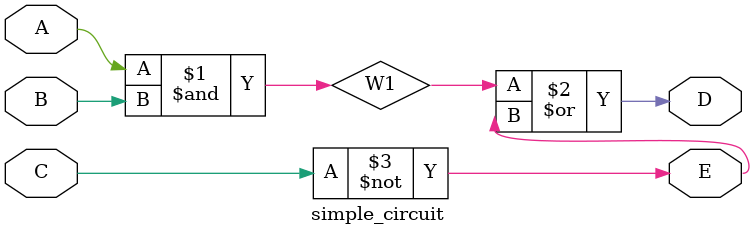
<source format=v>
module simple_circuit (A,B,C,D,E);
output D, E;
input A, B, C;
wire W1;
and G1(W1, A, B);
not G2(E, C);
or G3(D, W1, E);
endmodule
</source>
